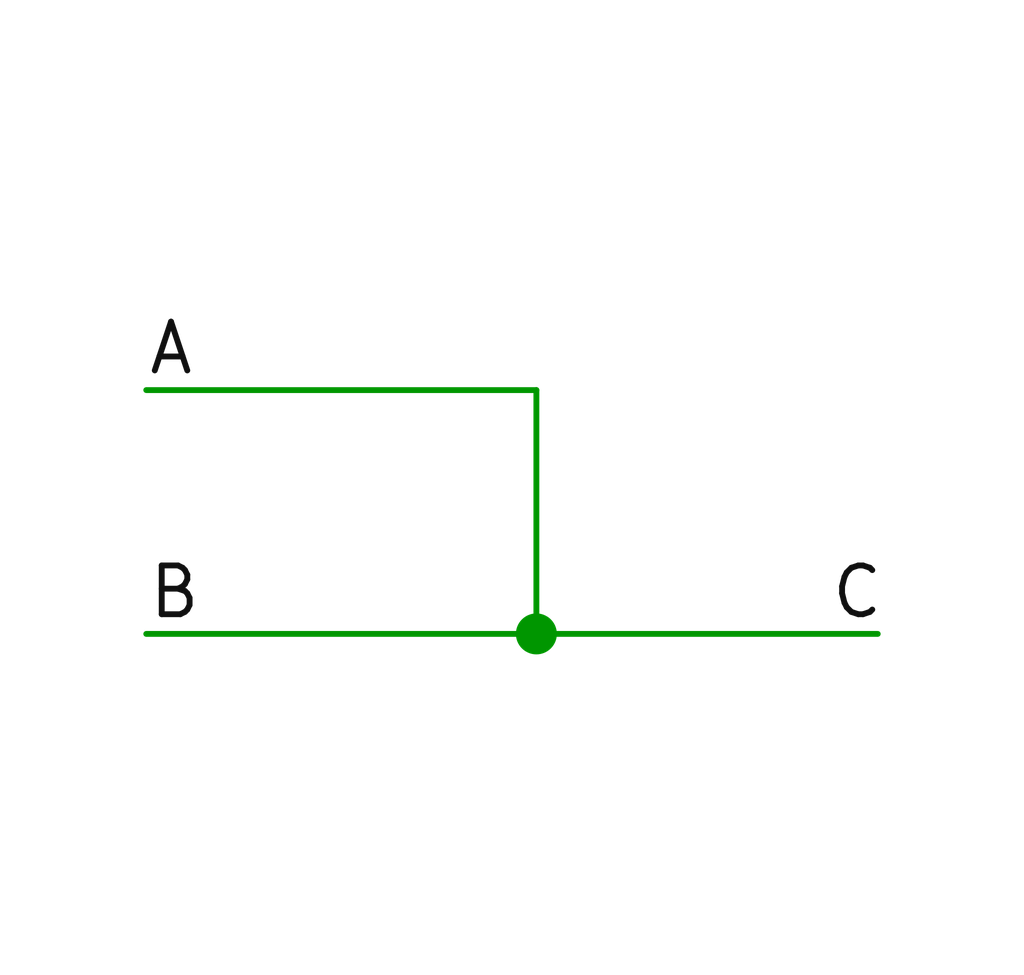
<source format=kicad_sch>
(kicad_sch
	(version 20250114)
	(generator "eeschema")
	(generator_version "9.0")
	(uuid "5be6bb40-ee87-49c6-ad9c-f0659d68694a")
	(paper "User" 26.67 25.4)
	(lib_symbols)
	(junction
		(at 13.97 16.51)
		(diameter 0)
		(color 0 0 0 0)
		(uuid "0be94844-8649-4a2f-b399-04ab74e8fd51")
	)
	(wire
		(pts
			(xy 3.81 16.51) (xy 13.97 16.51)
		)
		(stroke
			(width 0)
			(type default)
		)
		(uuid "2dcd300c-900e-4dcc-8258-b8d24e053d19")
	)
	(wire
		(pts
			(xy 13.97 10.16) (xy 13.97 16.51)
		)
		(stroke
			(width 0)
			(type default)
		)
		(uuid "4776cdb2-c17f-4b33-9442-ed6984ec1bbb")
	)
	(wire
		(pts
			(xy 13.97 16.51) (xy 22.86 16.51)
		)
		(stroke
			(width 0)
			(type default)
		)
		(uuid "4a0eb39d-9db4-4c60-980f-58d187f1f834")
	)
	(wire
		(pts
			(xy 3.81 10.16) (xy 13.97 10.16)
		)
		(stroke
			(width 0)
			(type default)
		)
		(uuid "85cf044e-f3dc-4da3-a6f5-869f2ffe33b9")
	)
	(label "A"
		(at 3.81 10.16 0)
		(effects
			(font
				(size 1.27 1.27)
			)
			(justify left bottom)
		)
		(uuid "18940b52-9e30-48a6-a74b-fdebbce7ef4f")
	)
	(label "B"
		(at 3.81 16.51 0)
		(effects
			(font
				(size 1.27 1.27)
			)
			(justify left bottom)
		)
		(uuid "af58a27e-22ad-4902-abc4-c45d53e5890f")
	)
	(label "C"
		(at 21.59 16.51 0)
		(effects
			(font
				(size 1.27 1.27)
			)
			(justify left bottom)
		)
		(uuid "b070446f-abe9-4154-8dfb-cf318d3f629e")
	)
)

</source>
